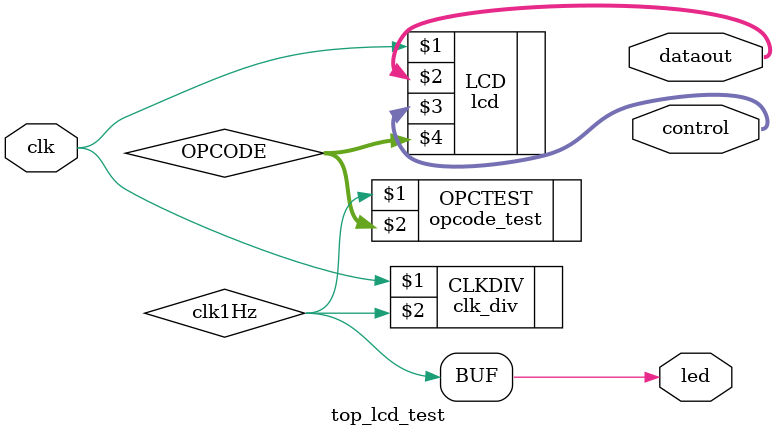
<source format=v>
`timescale 1ns / 1ps
module top_lcd_test(clk, dataout, control, led);
	input clk;
	output led;
	output [3:0] dataout;
	output [2:0] control;
	wire   [3:0] OPCODE;
	wire clk1Hz;
	
	assign led=clk1Hz;
	
	lcd						LCD			(clk, dataout, control, OPCODE);
	clk_div					CLKDIV		(clk, clk1Hz);
	opcode_test				OPCTEST		(clk1Hz, OPCODE);
	
endmodule

</source>
